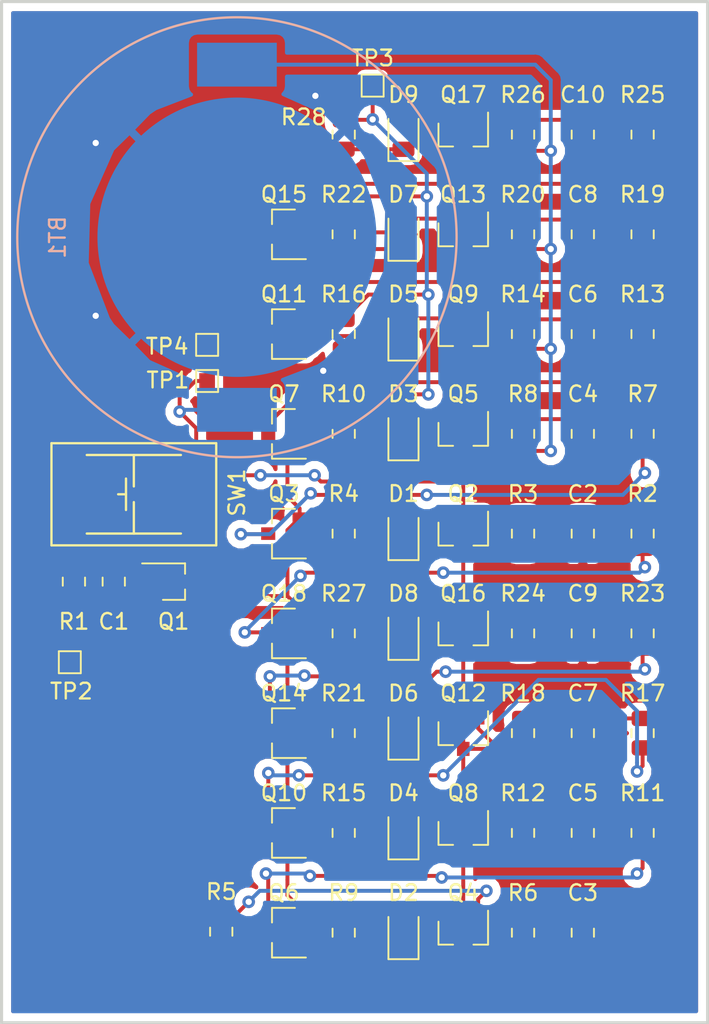
<source format=kicad_pcb>
(kicad_pcb (version 20171130) (host pcbnew 5.0.0-fee4fd1~66~ubuntu16.04.1)
  (layers (0 F.Cu signal) (31 B.Cu signal) (34 B.Paste user) (35 F.Paste user) (36 B.SilkS user) (37 F.SilkS user) (38 B.Mask user) (39 F.Mask user) (44 Edge.Cuts user))
  (net 0 "")
  (net 1 +3V3)
  (net 2 GND)
  (net 3 "Net-(C1-Pad1)")
  (net 4 "Net-(C2-Pad1)")
  (net 5 "Net-(C3-Pad1)")
  (net 6 "Net-(C4-Pad1)")
  (net 7 "Net-(C5-Pad1)")
  (net 8 "Net-(C6-Pad1)")
  (net 9 "Net-(C7-Pad1)")
  (net 10 "Net-(C8-Pad1)")
  (net 11 "Net-(C9-Pad1)")
  (net 12 "Net-(C10-Pad1)")
  (net 13 "Net-(D1-Pad1)")
  (net 14 "Net-(D1-Pad2)")
  (net 15 "Net-(D2-Pad1)")
  (net 16 "Net-(D2-Pad2)")
  (net 17 "Net-(D3-Pad2)")
  (net 18 "Net-(D3-Pad1)")
  (net 19 "Net-(D4-Pad2)")
  (net 20 "Net-(D4-Pad1)")
  (net 21 "Net-(D5-Pad1)")
  (net 22 "Net-(D5-Pad2)")
  (net 23 "Net-(D6-Pad2)")
  (net 24 "Net-(D6-Pad1)")
  (net 25 "Net-(D7-Pad1)")
  (net 26 "Net-(D7-Pad2)")
  (net 27 "Net-(D8-Pad2)")
  (net 28 "Net-(D8-Pad1)")
  (net 29 "Net-(D9-Pad1)")
  (net 30 "Net-(D9-Pad2)")
  (net 31 Vd4)
  (net 32 VDD)
  (net 33 "Net-(Q3-Pad3)")
  (net 34 "Net-(Q6-Pad3)")
  (net 35 "Net-(Q7-Pad3)")
  (net 36 "Net-(Q10-Pad3)")
  (net 37 "Net-(Q11-Pad3)")
  (net 38 "Net-(Q14-Pad3)")
  (net 39 "Net-(Q15-Pad3)")
  (module Battery:BK-912 (layer B.Cu) (at 145 70 90)
    (fp_text reference BT1 (at 0 -11.43 90) (layer B.SilkS) (effects (justify mirror)))
    (fp_text value Battery_Cell)
    (pad 1 smd rect (at -10.985 0 90) (size 2.79 5.08) (layers B.Cu B.Paste B.Mask) (net 1 +3V3))
    (pad 2 smd circle (at 0 0 90) (size 17.78 17.78) (layers B.Cu B.Paste B.Mask) (net 2 GND))
    (pad 1 smd rect (at 10.985 0 90) (size 2.79 5.08) (layers B.Cu B.Paste B.Mask) (net 1 +3V3))
  )
  (module Button_Switch_SMD:PTS645SM43SMTR92 (layer F.Cu) (at 138.43 86.36)
    (fp_text reference SW1 (at 6.57 -0.11 90) (layer F.SilkS))
    (fp_text value SW_Push)
    (pad 2 smd rect (at 3.975 2.25) (size 1.55 1.3) (layers F.Cu F.Paste F.Mask) (net 3 "Net-(C1-Pad1)"))
    (pad 2 smd rect (at -3.975 2.25) (size 1.55 1.3) (layers F.Cu F.Paste F.Mask) (net 3 "Net-(C1-Pad1)"))
    (pad 1 smd rect (at 3.975 -2.25) (size 1.55 1.3) (layers F.Cu F.Paste F.Mask) (net 1 +3V3))
    (pad 1 smd rect (at -3.975 -2.25) (size 1.55 1.3) (layers F.Cu F.Paste F.Mask) (net 1 +3V3))
  )
  (module Capacitor_SMD:C_0805_2012Metric (layer F.Cu) (at 137.15 91.92 270)
    (fp_text reference C1 (at 2.54 0) (layer F.SilkS))
    (fp_text value 51u)
    (pad 1 smd roundrect (at -0.9375 0 270) (size 0.975 1.4) (layers F.Cu F.Paste F.Mask) (net 3 "Net-(C1-Pad1)"))
    (pad 2 smd roundrect (at 0.9375 0 270) (size 0.975 1.4) (layers F.Cu F.Paste F.Mask) (net 2 GND))
  )
  (module Capacitor_SMD:C_0805_2012Metric (layer F.Cu) (at 167.044761 88.864761 270)
    (fp_text reference C2 (at -2.54 0) (layer F.SilkS))
    (fp_text value 10u)
    (pad 2 smd roundrect (at 0.9375 0 270) (size 0.975 1.4) (layers F.Cu F.Paste F.Mask) (net 2 GND))
    (pad 1 smd roundrect (at -0.9375 0 270) (size 0.975 1.4) (layers F.Cu F.Paste F.Mask) (net 4 "Net-(C2-Pad1)"))
  )
  (module Capacitor_SMD:C_0805_2012Metric (layer F.Cu) (at 167.044761 114.264761 270)
    (fp_text reference C3 (at -2.54 0) (layer F.SilkS))
    (fp_text value 10u)
    (pad 1 smd roundrect (at -0.9375 0 270) (size 0.975 1.4) (layers F.Cu F.Paste F.Mask) (net 5 "Net-(C3-Pad1)"))
    (pad 2 smd roundrect (at 0.9375 0 270) (size 0.975 1.4) (layers F.Cu F.Paste F.Mask) (net 2 GND))
  )
  (module Capacitor_SMD:C_0805_2012Metric (layer F.Cu) (at 167.044761 82.514761 270)
    (fp_text reference C4 (at -2.54 0) (layer F.SilkS))
    (fp_text value 10u)
    (pad 2 smd roundrect (at 0.9375 0 270) (size 0.975 1.4) (layers F.Cu F.Paste F.Mask) (net 2 GND))
    (pad 1 smd roundrect (at -0.9375 0 270) (size 0.975 1.4) (layers F.Cu F.Paste F.Mask) (net 6 "Net-(C4-Pad1)"))
  )
  (module Capacitor_SMD:C_0805_2012Metric (layer F.Cu) (at 167.044761 107.914761 270)
    (fp_text reference C5 (at -2.54 0) (layer F.SilkS))
    (fp_text value 10u)
    (pad 1 smd roundrect (at -0.9375 0 270) (size 0.975 1.4) (layers F.Cu F.Paste F.Mask) (net 7 "Net-(C5-Pad1)"))
    (pad 2 smd roundrect (at 0.9375 0 270) (size 0.975 1.4) (layers F.Cu F.Paste F.Mask) (net 2 GND))
  )
  (module Capacitor_SMD:C_0805_2012Metric (layer F.Cu) (at 167.044761 76.164761 270)
    (fp_text reference C6 (at -2.54 0) (layer F.SilkS))
    (fp_text value 10u)
    (pad 1 smd roundrect (at -0.9375 0 270) (size 0.975 1.4) (layers F.Cu F.Paste F.Mask) (net 8 "Net-(C6-Pad1)"))
    (pad 2 smd roundrect (at 0.9375 0 270) (size 0.975 1.4) (layers F.Cu F.Paste F.Mask) (net 2 GND))
  )
  (module Capacitor_SMD:C_0805_2012Metric (layer F.Cu) (at 167.044761 101.564761 270)
    (fp_text reference C7 (at -2.54 0) (layer F.SilkS))
    (fp_text value 10u)
    (pad 2 smd roundrect (at 0.9375 0 270) (size 0.975 1.4) (layers F.Cu F.Paste F.Mask) (net 2 GND))
    (pad 1 smd roundrect (at -0.9375 0 270) (size 0.975 1.4) (layers F.Cu F.Paste F.Mask) (net 9 "Net-(C7-Pad1)"))
  )
  (module Capacitor_SMD:C_0805_2012Metric (layer F.Cu) (at 167.044761 69.814761 270)
    (fp_text reference C8 (at -2.54 0) (layer F.SilkS))
    (fp_text value 10u)
    (pad 2 smd roundrect (at 0.9375 0 270) (size 0.975 1.4) (layers F.Cu F.Paste F.Mask) (net 2 GND))
    (pad 1 smd roundrect (at -0.9375 0 270) (size 0.975 1.4) (layers F.Cu F.Paste F.Mask) (net 10 "Net-(C8-Pad1)"))
  )
  (module Capacitor_SMD:C_0805_2012Metric (layer F.Cu) (at 167.044761 95.214761 270)
    (fp_text reference C9 (at -2.54 0) (layer F.SilkS))
    (fp_text value 10u)
    (pad 2 smd roundrect (at 0.9375 0 270) (size 0.975 1.4) (layers F.Cu F.Paste F.Mask) (net 2 GND))
    (pad 1 smd roundrect (at -0.9375 0 270) (size 0.975 1.4) (layers F.Cu F.Paste F.Mask) (net 11 "Net-(C9-Pad1)"))
  )
  (module Capacitor_SMD:C_0805_2012Metric (layer F.Cu) (at 167.044761 63.464761 270)
    (fp_text reference C10 (at -2.54 0) (layer F.SilkS))
    (fp_text value 10u)
    (pad 1 smd roundrect (at -0.9375 0 270) (size 0.975 1.4) (layers F.Cu F.Paste F.Mask) (net 12 "Net-(C10-Pad1)"))
    (pad 2 smd roundrect (at 0.9375 0 270) (size 0.975 1.4) (layers F.Cu F.Paste F.Mask) (net 2 GND))
  )
  (module LED_SMD:LED_0805_2012Metric (layer F.Cu) (at 155.614761 88.864761 90)
    (fp_text reference D1 (at 2.54 0 180) (layer F.SilkS))
    (fp_text value LED)
    (pad 1 smd roundrect (at -0.9375 0 90) (size 0.975 1.4) (layers F.Cu F.Paste F.Mask) (net 13 "Net-(D1-Pad1)"))
    (pad 2 smd roundrect (at 0.9375 0 90) (size 0.975 1.4) (layers F.Cu F.Paste F.Mask) (net 14 "Net-(D1-Pad2)"))
  )
  (module LED_SMD:LED_0805_2012Metric (layer F.Cu) (at 155.614761 114.264761 90)
    (fp_text reference D2 (at 2.54 0 180) (layer F.SilkS))
    (fp_text value LED)
    (pad 1 smd roundrect (at -0.9375 0 90) (size 0.975 1.4) (layers F.Cu F.Paste F.Mask) (net 15 "Net-(D2-Pad1)"))
    (pad 2 smd roundrect (at 0.9375 0 90) (size 0.975 1.4) (layers F.Cu F.Paste F.Mask) (net 16 "Net-(D2-Pad2)"))
  )
  (module LED_SMD:LED_0805_2012Metric (layer F.Cu) (at 155.614761 82.514761 90)
    (fp_text reference D3 (at 2.54 0 180) (layer F.SilkS))
    (fp_text value LED)
    (pad 2 smd roundrect (at 0.9375 0 90) (size 0.975 1.4) (layers F.Cu F.Paste F.Mask) (net 17 "Net-(D3-Pad2)"))
    (pad 1 smd roundrect (at -0.9375 0 90) (size 0.975 1.4) (layers F.Cu F.Paste F.Mask) (net 18 "Net-(D3-Pad1)"))
  )
  (module LED_SMD:LED_0805_2012Metric (layer F.Cu) (at 155.614761 107.914761 90)
    (fp_text reference D4 (at 2.54 0 180) (layer F.SilkS))
    (fp_text value LED)
    (pad 2 smd roundrect (at 0.9375 0 90) (size 0.975 1.4) (layers F.Cu F.Paste F.Mask) (net 19 "Net-(D4-Pad2)"))
    (pad 1 smd roundrect (at -0.9375 0 90) (size 0.975 1.4) (layers F.Cu F.Paste F.Mask) (net 20 "Net-(D4-Pad1)"))
  )
  (module LED_SMD:LED_0805_2012Metric (layer F.Cu) (at 155.614761 76.164761 90)
    (fp_text reference D5 (at 2.54 0 180) (layer F.SilkS))
    (fp_text value LED)
    (pad 1 smd roundrect (at -0.9375 0 90) (size 0.975 1.4) (layers F.Cu F.Paste F.Mask) (net 21 "Net-(D5-Pad1)"))
    (pad 2 smd roundrect (at 0.9375 0 90) (size 0.975 1.4) (layers F.Cu F.Paste F.Mask) (net 22 "Net-(D5-Pad2)"))
  )
  (module LED_SMD:LED_0805_2012Metric (layer F.Cu) (at 155.614761 101.564761 90)
    (fp_text reference D6 (at 2.54 0 180) (layer F.SilkS))
    (fp_text value LED)
    (pad 2 smd roundrect (at 0.9375 0 90) (size 0.975 1.4) (layers F.Cu F.Paste F.Mask) (net 23 "Net-(D6-Pad2)"))
    (pad 1 smd roundrect (at -0.9375 0 90) (size 0.975 1.4) (layers F.Cu F.Paste F.Mask) (net 24 "Net-(D6-Pad1)"))
  )
  (module LED_SMD:LED_0805_2012Metric (layer F.Cu) (at 155.614761 69.814761 90)
    (fp_text reference D7 (at 2.54 0 180) (layer F.SilkS))
    (fp_text value LED)
    (pad 1 smd roundrect (at -0.9375 0 90) (size 0.975 1.4) (layers F.Cu F.Paste F.Mask) (net 25 "Net-(D7-Pad1)"))
    (pad 2 smd roundrect (at 0.9375 0 90) (size 0.975 1.4) (layers F.Cu F.Paste F.Mask) (net 26 "Net-(D7-Pad2)"))
  )
  (module LED_SMD:LED_0805_2012Metric (layer F.Cu) (at 155.614761 95.214761 90)
    (fp_text reference D8 (at 2.54 0 180) (layer F.SilkS))
    (fp_text value LED)
    (pad 2 smd roundrect (at 0.9375 0 90) (size 0.975 1.4) (layers F.Cu F.Paste F.Mask) (net 27 "Net-(D8-Pad2)"))
    (pad 1 smd roundrect (at -0.9375 0 90) (size 0.975 1.4) (layers F.Cu F.Paste F.Mask) (net 28 "Net-(D8-Pad1)"))
  )
  (module LED_SMD:LED_0805_2012Metric (layer F.Cu) (at 155.614761 63.464761 90)
    (fp_text reference D9 (at 2.54 0 180) (layer F.SilkS))
    (fp_text value LED)
    (pad 1 smd roundrect (at -0.9375 0 90) (size 0.975 1.4) (layers F.Cu F.Paste F.Mask) (net 29 "Net-(D9-Pad1)"))
    (pad 2 smd roundrect (at 0.9375 0 90) (size 0.975 1.4) (layers F.Cu F.Paste F.Mask) (net 30 "Net-(D9-Pad2)"))
  )
  (module Resistor_SMD:R_0805_2012Metric (layer F.Cu) (at 134.61 91.92 270)
    (fp_text reference R1 (at 2.54 0) (layer F.SilkS))
    (fp_text value 1M)
    (pad 1 smd roundrect (at -0.9375 0 270) (size 0.975 1.4) (layers F.Cu F.Paste F.Mask) (net 3 "Net-(C1-Pad1)"))
    (pad 2 smd roundrect (at 0.9375 0 270) (size 0.975 1.4) (layers F.Cu F.Paste F.Mask) (net 2 GND))
  )
  (module Resistor_SMD:R_0805_2012Metric (layer F.Cu) (at 170.854761 88.864761 270)
    (fp_text reference R2 (at -2.54 0) (layer F.SilkS))
    (fp_text value 120k)
    (pad 2 smd roundrect (at 0.9375 0 270) (size 0.975 1.4) (layers F.Cu F.Paste F.Mask) (net 31 Vd4))
    (pad 1 smd roundrect (at -0.9375 0 270) (size 0.975 1.4) (layers F.Cu F.Paste F.Mask) (net 4 "Net-(C2-Pad1)"))
  )
  (module Resistor_SMD:R_0805_2012Metric (layer F.Cu) (at 163.234761 88.864761 270)
    (fp_text reference R3 (at -2.54 0) (layer F.SilkS))
    (fp_text value 2M)
    (pad 1 smd roundrect (at -0.9375 0 270) (size 0.975 1.4) (layers F.Cu F.Paste F.Mask) (net 4 "Net-(C2-Pad1)"))
    (pad 2 smd roundrect (at 0.9375 0 270) (size 0.975 1.4) (layers F.Cu F.Paste F.Mask) (net 1 +3V3))
  )
  (module Resistor_SMD:R_0805_2012Metric (layer F.Cu) (at 151.804761 88.864761 270)
    (fp_text reference R4 (at -2.54 0) (layer F.SilkS))
    (fp_text value 50)
    (pad 2 smd roundrect (at 0.9375 0 270) (size 0.975 1.4) (layers F.Cu F.Paste F.Mask) (net 13 "Net-(D1-Pad1)"))
    (pad 1 smd roundrect (at -0.9375 0 270) (size 0.975 1.4) (layers F.Cu F.Paste F.Mask) (net 32 VDD))
  )
  (module Resistor_SMD:R_0805_2012Metric (layer F.Cu) (at 144 114.2 270)
    (fp_text reference R5 (at -2.54 0 180) (layer F.SilkS))
    (fp_text value 120k)
    (pad 1 smd roundrect (at -0.9375 0 270) (size 0.975 1.4) (layers F.Cu F.Paste F.Mask) (net 5 "Net-(C3-Pad1)"))
    (pad 2 smd roundrect (at 0.9375 0 270) (size 0.975 1.4) (layers F.Cu F.Paste F.Mask) (net 32 VDD))
  )
  (module Resistor_SMD:R_0805_2012Metric (layer F.Cu) (at 163.234761 114.264761 270)
    (fp_text reference R6 (at -2.54 0) (layer F.SilkS))
    (fp_text value 2M)
    (pad 2 smd roundrect (at 0.9375 0 270) (size 0.975 1.4) (layers F.Cu F.Paste F.Mask) (net 1 +3V3))
    (pad 1 smd roundrect (at -0.9375 0 270) (size 0.975 1.4) (layers F.Cu F.Paste F.Mask) (net 5 "Net-(C3-Pad1)"))
  )
  (module Resistor_SMD:R_0805_2012Metric (layer F.Cu) (at 170.854761 82.514761 270)
    (fp_text reference R7 (at -2.54 0) (layer F.SilkS))
    (fp_text value 120k)
    (pad 1 smd roundrect (at -0.9375 0 270) (size 0.975 1.4) (layers F.Cu F.Paste F.Mask) (net 6 "Net-(C4-Pad1)"))
    (pad 2 smd roundrect (at 0.9375 0 270) (size 0.975 1.4) (layers F.Cu F.Paste F.Mask) (net 33 "Net-(Q3-Pad3)"))
  )
  (module Resistor_SMD:R_0805_2012Metric (layer F.Cu) (at 163.234761 82.514761 270)
    (fp_text reference R8 (at -2.54 0) (layer F.SilkS))
    (fp_text value 2M)
    (pad 2 smd roundrect (at 0.9375 0 270) (size 0.975 1.4) (layers F.Cu F.Paste F.Mask) (net 1 +3V3))
    (pad 1 smd roundrect (at -0.9375 0 270) (size 0.975 1.4) (layers F.Cu F.Paste F.Mask) (net 6 "Net-(C4-Pad1)"))
  )
  (module Resistor_SMD:R_0805_2012Metric (layer F.Cu) (at 151.804761 114.264761 270)
    (fp_text reference R9 (at -2.54 0) (layer F.SilkS))
    (fp_text value 50)
    (pad 2 smd roundrect (at 0.9375 0 270) (size 0.975 1.4) (layers F.Cu F.Paste F.Mask) (net 15 "Net-(D2-Pad1)"))
    (pad 1 smd roundrect (at -0.9375 0 270) (size 0.975 1.4) (layers F.Cu F.Paste F.Mask) (net 32 VDD))
  )
  (module Resistor_SMD:R_0805_2012Metric (layer F.Cu) (at 151.804761 82.514761 270)
    (fp_text reference R10 (at -2.54 0) (layer F.SilkS))
    (fp_text value 50)
    (pad 1 smd roundrect (at -0.9375 0 270) (size 0.975 1.4) (layers F.Cu F.Paste F.Mask) (net 32 VDD))
    (pad 2 smd roundrect (at 0.9375 0 270) (size 0.975 1.4) (layers F.Cu F.Paste F.Mask) (net 18 "Net-(D3-Pad1)"))
  )
  (module Resistor_SMD:R_0805_2012Metric (layer F.Cu) (at 170.854761 107.914761 270)
    (fp_text reference R11 (at -2.54 0) (layer F.SilkS))
    (fp_text value 120k)
    (pad 2 smd roundrect (at 0.9375 0 270) (size 0.975 1.4) (layers F.Cu F.Paste F.Mask) (net 34 "Net-(Q6-Pad3)"))
    (pad 1 smd roundrect (at -0.9375 0 270) (size 0.975 1.4) (layers F.Cu F.Paste F.Mask) (net 7 "Net-(C5-Pad1)"))
  )
  (module Resistor_SMD:R_0805_2012Metric (layer F.Cu) (at 163.234761 107.914761 270)
    (fp_text reference R12 (at -2.54 0) (layer F.SilkS))
    (fp_text value 2M)
    (pad 1 smd roundrect (at -0.9375 0 270) (size 0.975 1.4) (layers F.Cu F.Paste F.Mask) (net 7 "Net-(C5-Pad1)"))
    (pad 2 smd roundrect (at 0.9375 0 270) (size 0.975 1.4) (layers F.Cu F.Paste F.Mask) (net 1 +3V3))
  )
  (module Resistor_SMD:R_0805_2012Metric (layer F.Cu) (at 170.854761 76.164761 270)
    (fp_text reference R13 (at -2.54 0) (layer F.SilkS))
    (fp_text value 120k)
    (pad 2 smd roundrect (at 0.9375 0 270) (size 0.975 1.4) (layers F.Cu F.Paste F.Mask) (net 35 "Net-(Q7-Pad3)"))
    (pad 1 smd roundrect (at -0.9375 0 270) (size 0.975 1.4) (layers F.Cu F.Paste F.Mask) (net 8 "Net-(C6-Pad1)"))
  )
  (module Resistor_SMD:R_0805_2012Metric (layer F.Cu) (at 163.234761 76.164761 270)
    (fp_text reference R14 (at -2.54 0) (layer F.SilkS))
    (fp_text value 2M)
    (pad 1 smd roundrect (at -0.9375 0 270) (size 0.975 1.4) (layers F.Cu F.Paste F.Mask) (net 8 "Net-(C6-Pad1)"))
    (pad 2 smd roundrect (at 0.9375 0 270) (size 0.975 1.4) (layers F.Cu F.Paste F.Mask) (net 1 +3V3))
  )
  (module Resistor_SMD:R_0805_2012Metric (layer F.Cu) (at 151.804761 107.914761 270)
    (fp_text reference R15 (at -2.54 0) (layer F.SilkS))
    (fp_text value 50)
    (pad 1 smd roundrect (at -0.9375 0 270) (size 0.975 1.4) (layers F.Cu F.Paste F.Mask) (net 32 VDD))
    (pad 2 smd roundrect (at 0.9375 0 270) (size 0.975 1.4) (layers F.Cu F.Paste F.Mask) (net 20 "Net-(D4-Pad1)"))
  )
  (module Resistor_SMD:R_0805_2012Metric (layer F.Cu) (at 151.804761 76.164761 270)
    (fp_text reference R16 (at -2.54 0) (layer F.SilkS))
    (fp_text value 50)
    (pad 2 smd roundrect (at 0.9375 0 270) (size 0.975 1.4) (layers F.Cu F.Paste F.Mask) (net 21 "Net-(D5-Pad1)"))
    (pad 1 smd roundrect (at -0.9375 0 270) (size 0.975 1.4) (layers F.Cu F.Paste F.Mask) (net 32 VDD))
  )
  (module Resistor_SMD:R_0805_2012Metric (layer F.Cu) (at 170.854761 101.564761 270)
    (fp_text reference R17 (at -2.54 0) (layer F.SilkS))
    (fp_text value 120k)
    (pad 1 smd roundrect (at -0.9375 0 270) (size 0.975 1.4) (layers F.Cu F.Paste F.Mask) (net 9 "Net-(C7-Pad1)"))
    (pad 2 smd roundrect (at 0.9375 0 270) (size 0.975 1.4) (layers F.Cu F.Paste F.Mask) (net 36 "Net-(Q10-Pad3)"))
  )
  (module Resistor_SMD:R_0805_2012Metric (layer F.Cu) (at 163.234761 101.564761 270)
    (fp_text reference R18 (at -2.54 0) (layer F.SilkS))
    (fp_text value 2M)
    (pad 2 smd roundrect (at 0.9375 0 270) (size 0.975 1.4) (layers F.Cu F.Paste F.Mask) (net 1 +3V3))
    (pad 1 smd roundrect (at -0.9375 0 270) (size 0.975 1.4) (layers F.Cu F.Paste F.Mask) (net 9 "Net-(C7-Pad1)"))
  )
  (module Resistor_SMD:R_0805_2012Metric (layer F.Cu) (at 170.854761 69.814761 270)
    (fp_text reference R19 (at -2.54 0) (layer F.SilkS))
    (fp_text value 120k)
    (pad 1 smd roundrect (at -0.9375 0 270) (size 0.975 1.4) (layers F.Cu F.Paste F.Mask) (net 10 "Net-(C8-Pad1)"))
    (pad 2 smd roundrect (at 0.9375 0 270) (size 0.975 1.4) (layers F.Cu F.Paste F.Mask) (net 37 "Net-(Q11-Pad3)"))
  )
  (module Resistor_SMD:R_0805_2012Metric (layer F.Cu) (at 163.234761 69.814761 270)
    (fp_text reference R20 (at -2.54 0) (layer F.SilkS))
    (fp_text value 2M)
    (pad 2 smd roundrect (at 0.9375 0 270) (size 0.975 1.4) (layers F.Cu F.Paste F.Mask) (net 1 +3V3))
    (pad 1 smd roundrect (at -0.9375 0 270) (size 0.975 1.4) (layers F.Cu F.Paste F.Mask) (net 10 "Net-(C8-Pad1)"))
  )
  (module Resistor_SMD:R_0805_2012Metric (layer F.Cu) (at 151.804761 101.564761 270)
    (fp_text reference R21 (at -2.54 0) (layer F.SilkS))
    (fp_text value 50)
    (pad 2 smd roundrect (at 0.9375 0 270) (size 0.975 1.4) (layers F.Cu F.Paste F.Mask) (net 24 "Net-(D6-Pad1)"))
    (pad 1 smd roundrect (at -0.9375 0 270) (size 0.975 1.4) (layers F.Cu F.Paste F.Mask) (net 32 VDD))
  )
  (module Resistor_SMD:R_0805_2012Metric (layer F.Cu) (at 151.804761 69.814761 270)
    (fp_text reference R22 (at -2.54 0) (layer F.SilkS))
    (fp_text value 50)
    (pad 1 smd roundrect (at -0.9375 0 270) (size 0.975 1.4) (layers F.Cu F.Paste F.Mask) (net 32 VDD))
    (pad 2 smd roundrect (at 0.9375 0 270) (size 0.975 1.4) (layers F.Cu F.Paste F.Mask) (net 25 "Net-(D7-Pad1)"))
  )
  (module Resistor_SMD:R_0805_2012Metric (layer F.Cu) (at 170.854761 95.214761 270)
    (fp_text reference R23 (at -2.54 0) (layer F.SilkS))
    (fp_text value 120k)
    (pad 1 smd roundrect (at -0.9375 0 270) (size 0.975 1.4) (layers F.Cu F.Paste F.Mask) (net 11 "Net-(C9-Pad1)"))
    (pad 2 smd roundrect (at 0.9375 0 270) (size 0.975 1.4) (layers F.Cu F.Paste F.Mask) (net 38 "Net-(Q14-Pad3)"))
  )
  (module Resistor_SMD:R_0805_2012Metric (layer F.Cu) (at 163.234761 95.214761 270)
    (fp_text reference R24 (at -2.54 0) (layer F.SilkS))
    (fp_text value 2M)
    (pad 2 smd roundrect (at 0.9375 0 270) (size 0.975 1.4) (layers F.Cu F.Paste F.Mask) (net 1 +3V3))
    (pad 1 smd roundrect (at -0.9375 0 270) (size 0.975 1.4) (layers F.Cu F.Paste F.Mask) (net 11 "Net-(C9-Pad1)"))
  )
  (module Resistor_SMD:R_0805_2012Metric (layer F.Cu) (at 170.854761 63.464761 270)
    (fp_text reference R25 (at -2.54 0) (layer F.SilkS))
    (fp_text value 120k)
    (pad 2 smd roundrect (at 0.9375 0 270) (size 0.975 1.4) (layers F.Cu F.Paste F.Mask) (net 39 "Net-(Q15-Pad3)"))
    (pad 1 smd roundrect (at -0.9375 0 270) (size 0.975 1.4) (layers F.Cu F.Paste F.Mask) (net 12 "Net-(C10-Pad1)"))
  )
  (module Resistor_SMD:R_0805_2012Metric (layer F.Cu) (at 163.234761 63.464761 270)
    (fp_text reference R26 (at -2.54 0) (layer F.SilkS))
    (fp_text value 2M)
    (pad 1 smd roundrect (at -0.9375 0 270) (size 0.975 1.4) (layers F.Cu F.Paste F.Mask) (net 12 "Net-(C10-Pad1)"))
    (pad 2 smd roundrect (at 0.9375 0 270) (size 0.975 1.4) (layers F.Cu F.Paste F.Mask) (net 1 +3V3))
  )
  (module Resistor_SMD:R_0805_2012Metric (layer F.Cu) (at 151.804761 95.214761 270)
    (fp_text reference R27 (at -2.54 0) (layer F.SilkS))
    (fp_text value 50)
    (pad 1 smd roundrect (at -0.9375 0 270) (size 0.975 1.4) (layers F.Cu F.Paste F.Mask) (net 32 VDD))
    (pad 2 smd roundrect (at 0.9375 0 270) (size 0.975 1.4) (layers F.Cu F.Paste F.Mask) (net 28 "Net-(D8-Pad1)"))
  )
  (module Resistor_SMD:R_0805_2012Metric (layer F.Cu) (at 151.804761 63.464761 270)
    (fp_text reference R28 (at -1.114761 2.554761) (layer F.SilkS))
    (fp_text value 50)
    (pad 2 smd roundrect (at 0.9375 0 270) (size 0.975 1.4) (layers F.Cu F.Paste F.Mask) (net 29 "Net-(D9-Pad1)"))
    (pad 1 smd roundrect (at -0.9375 0 270) (size 0.975 1.4) (layers F.Cu F.Paste F.Mask) (net 32 VDD))
  )
  (module Package_TO_SOT_SMD:SOT-323_SC-70_Handsoldering (layer F.Cu) (at 140.96 91.92)
    (fp_text reference Q1 (at 0 2.54) (layer F.SilkS))
    (fp_text value RTF015N03)
    (pad 1 smd rect (at -1.33 -0.65 270) (size 0.45 1.5) (layers F.Cu F.Paste F.Mask) (net 3 "Net-(C1-Pad1)"))
    (pad 2 smd rect (at -1.33 0.65 270) (size 0.45 1.5) (layers F.Cu F.Paste F.Mask) (net 2 GND))
    (pad 3 smd rect (at 1.33 0 270) (size 0.45 1.5) (layers F.Cu F.Paste F.Mask) (net 32 VDD))
  )
  (module Package_TO_SOT_SMD:SOT-23 (layer F.Cu) (at 159.424761 88.864761 270)
    (fp_text reference Q2 (at -2.54 0) (layer F.SilkS))
    (fp_text value RTR020P02FRA)
    (pad 1 smd rect (at -1 -0.95 270) (size 0.9 0.8) (layers F.Cu F.Paste F.Mask) (net 4 "Net-(C2-Pad1)"))
    (pad 2 smd rect (at -1 0.95 270) (size 0.9 0.8) (layers F.Cu F.Paste F.Mask) (net 14 "Net-(D1-Pad2)"))
    (pad 3 smd rect (at 1 0 270) (size 0.9 0.8) (layers F.Cu F.Paste F.Mask) (net 1 +3V3))
  )
  (module Package_TO_SOT_SMD:SOT-23 (layer F.Cu) (at 159.424761 114.264761 270)
    (fp_text reference Q4 (at -2.54 0) (layer F.SilkS))
    (fp_text value RTR020P02FRA)
    (pad 1 smd rect (at -1 -0.95 270) (size 0.9 0.8) (layers F.Cu F.Paste F.Mask) (net 5 "Net-(C3-Pad1)"))
    (pad 2 smd rect (at -1 0.95 270) (size 0.9 0.8) (layers F.Cu F.Paste F.Mask) (net 16 "Net-(D2-Pad2)"))
    (pad 3 smd rect (at 1 0 270) (size 0.9 0.8) (layers F.Cu F.Paste F.Mask) (net 1 +3V3))
  )
  (module Package_TO_SOT_SMD:SOT-23 (layer F.Cu) (at 159.424761 82.514761 270)
    (fp_text reference Q5 (at -2.54 0) (layer F.SilkS))
    (fp_text value RTR020P02FRA)
    (pad 3 smd rect (at 1 0 270) (size 0.9 0.8) (layers F.Cu F.Paste F.Mask) (net 1 +3V3))
    (pad 2 smd rect (at -1 0.95 270) (size 0.9 0.8) (layers F.Cu F.Paste F.Mask) (net 17 "Net-(D3-Pad2)"))
    (pad 1 smd rect (at -1 -0.95 270) (size 0.9 0.8) (layers F.Cu F.Paste F.Mask) (net 6 "Net-(C4-Pad1)"))
  )
  (module Package_TO_SOT_SMD:SOT-23 (layer F.Cu) (at 159.424761 107.914761 270)
    (fp_text reference Q8 (at -2.54 0) (layer F.SilkS))
    (fp_text value RTR020P02FRA)
    (pad 1 smd rect (at -1 -0.95 270) (size 0.9 0.8) (layers F.Cu F.Paste F.Mask) (net 7 "Net-(C5-Pad1)"))
    (pad 2 smd rect (at -1 0.95 270) (size 0.9 0.8) (layers F.Cu F.Paste F.Mask) (net 19 "Net-(D4-Pad2)"))
    (pad 3 smd rect (at 1 0 270) (size 0.9 0.8) (layers F.Cu F.Paste F.Mask) (net 1 +3V3))
  )
  (module Package_TO_SOT_SMD:SOT-23 (layer F.Cu) (at 159.424761 76.164761 270)
    (fp_text reference Q9 (at -2.54 0) (layer F.SilkS))
    (fp_text value RTR020P02FRA)
    (pad 3 smd rect (at 1 0 270) (size 0.9 0.8) (layers F.Cu F.Paste F.Mask) (net 1 +3V3))
    (pad 2 smd rect (at -1 0.95 270) (size 0.9 0.8) (layers F.Cu F.Paste F.Mask) (net 22 "Net-(D5-Pad2)"))
    (pad 1 smd rect (at -1 -0.95 270) (size 0.9 0.8) (layers F.Cu F.Paste F.Mask) (net 8 "Net-(C6-Pad1)"))
  )
  (module Package_TO_SOT_SMD:SOT-23 (layer F.Cu) (at 159.424761 101.564761 270)
    (fp_text reference Q12 (at -2.54 0) (layer F.SilkS))
    (fp_text value RTR020P02FRA)
    (pad 1 smd rect (at -1 -0.95 270) (size 0.9 0.8) (layers F.Cu F.Paste F.Mask) (net 9 "Net-(C7-Pad1)"))
    (pad 2 smd rect (at -1 0.95 270) (size 0.9 0.8) (layers F.Cu F.Paste F.Mask) (net 23 "Net-(D6-Pad2)"))
    (pad 3 smd rect (at 1 0 270) (size 0.9 0.8) (layers F.Cu F.Paste F.Mask) (net 1 +3V3))
  )
  (module Package_TO_SOT_SMD:SOT-23 (layer F.Cu) (at 159.424761 69.814761 270)
    (fp_text reference Q13 (at -2.54 0) (layer F.SilkS))
    (fp_text value RTR020P02FRA)
    (pad 3 smd rect (at 1 0 270) (size 0.9 0.8) (layers F.Cu F.Paste F.Mask) (net 1 +3V3))
    (pad 2 smd rect (at -1 0.95 270) (size 0.9 0.8) (layers F.Cu F.Paste F.Mask) (net 26 "Net-(D7-Pad2)"))
    (pad 1 smd rect (at -1 -0.95 270) (size 0.9 0.8) (layers F.Cu F.Paste F.Mask) (net 10 "Net-(C8-Pad1)"))
  )
  (module Package_TO_SOT_SMD:SOT-23 (layer F.Cu) (at 159.424761 95.214761 270)
    (fp_text reference Q16 (at -2.54 0) (layer F.SilkS))
    (fp_text value RTR020P02FRA)
    (pad 3 smd rect (at 1 0 270) (size 0.9 0.8) (layers F.Cu F.Paste F.Mask) (net 1 +3V3))
    (pad 2 smd rect (at -1 0.95 270) (size 0.9 0.8) (layers F.Cu F.Paste F.Mask) (net 27 "Net-(D8-Pad2)"))
    (pad 1 smd rect (at -1 -0.95 270) (size 0.9 0.8) (layers F.Cu F.Paste F.Mask) (net 11 "Net-(C9-Pad1)"))
  )
  (module Package_TO_SOT_SMD:SOT-23 (layer F.Cu) (at 159.424761 63.464761 270)
    (fp_text reference Q17 (at -2.54 0) (layer F.SilkS))
    (fp_text value RTR020P02FRA)
    (pad 1 smd rect (at -1 -0.95 270) (size 0.9 0.8) (layers F.Cu F.Paste F.Mask) (net 12 "Net-(C10-Pad1)"))
    (pad 2 smd rect (at -1 0.95 270) (size 0.9 0.8) (layers F.Cu F.Paste F.Mask) (net 30 "Net-(D9-Pad2)"))
    (pad 3 smd rect (at 1 0 270) (size 0.9 0.8) (layers F.Cu F.Paste F.Mask) (net 1 +3V3))
  )
  (module Package_TO_SOT_SMD:SOT-23 (layer F.Cu) (at 147.994761 88.864761 180)
    (fp_text reference Q3 (at 0 2.54 180) (layer F.SilkS))
    (fp_text value RK7002BM)
    (pad 3 smd rect (at 1 0 180) (size 0.9 0.8) (layers F.Cu F.Paste F.Mask) (net 33 "Net-(Q3-Pad3)"))
    (pad 2 smd rect (at -1 0.95 180) (size 0.9 0.8) (layers F.Cu F.Paste F.Mask) (net 32 VDD))
    (pad 1 smd rect (at -1 -0.95 180) (size 0.9 0.8) (layers F.Cu F.Paste F.Mask) (net 14 "Net-(D1-Pad2)"))
  )
  (module Package_TO_SOT_SMD:SOT-23 (layer F.Cu) (at 147.994761 114.264761 180)
    (fp_text reference Q6 (at 0 2.54) (layer F.SilkS))
    (fp_text value RK7002BM)
    (pad 1 smd rect (at -1 -0.95 180) (size 0.9 0.8) (layers F.Cu F.Paste F.Mask) (net 16 "Net-(D2-Pad2)"))
    (pad 2 smd rect (at -1 0.95 180) (size 0.9 0.8) (layers F.Cu F.Paste F.Mask) (net 32 VDD))
    (pad 3 smd rect (at 1 0 180) (size 0.9 0.8) (layers F.Cu F.Paste F.Mask) (net 34 "Net-(Q6-Pad3)"))
  )
  (module Package_TO_SOT_SMD:SOT-23 (layer F.Cu) (at 147.994761 82.514761 180)
    (fp_text reference Q7 (at 0 2.54 180) (layer F.SilkS))
    (fp_text value RK7002BM)
    (pad 3 smd rect (at 1 0 180) (size 0.9 0.8) (layers F.Cu F.Paste F.Mask) (net 35 "Net-(Q7-Pad3)"))
    (pad 2 smd rect (at -1 0.95 180) (size 0.9 0.8) (layers F.Cu F.Paste F.Mask) (net 32 VDD))
    (pad 1 smd rect (at -1 -0.95 180) (size 0.9 0.8) (layers F.Cu F.Paste F.Mask) (net 17 "Net-(D3-Pad2)"))
  )
  (module Package_TO_SOT_SMD:SOT-23 (layer F.Cu) (at 147.994761 107.914761 180)
    (fp_text reference Q10 (at 0 2.54) (layer F.SilkS))
    (fp_text value RK7002BM)
    (pad 1 smd rect (at -1 -0.95 180) (size 0.9 0.8) (layers F.Cu F.Paste F.Mask) (net 19 "Net-(D4-Pad2)"))
    (pad 2 smd rect (at -1 0.95 180) (size 0.9 0.8) (layers F.Cu F.Paste F.Mask) (net 32 VDD))
    (pad 3 smd rect (at 1 0 180) (size 0.9 0.8) (layers F.Cu F.Paste F.Mask) (net 36 "Net-(Q10-Pad3)"))
  )
  (module Package_TO_SOT_SMD:SOT-23 (layer F.Cu) (at 147.994761 76.164761 180)
    (fp_text reference Q11 (at 0 2.54) (layer F.SilkS))
    (fp_text value RK7002BM)
    (pad 3 smd rect (at 1 0 180) (size 0.9 0.8) (layers F.Cu F.Paste F.Mask) (net 37 "Net-(Q11-Pad3)"))
    (pad 2 smd rect (at -1 0.95 180) (size 0.9 0.8) (layers F.Cu F.Paste F.Mask) (net 32 VDD))
    (pad 1 smd rect (at -1 -0.95 180) (size 0.9 0.8) (layers F.Cu F.Paste F.Mask) (net 22 "Net-(D5-Pad2)"))
  )
  (module Package_TO_SOT_SMD:SOT-23 (layer F.Cu) (at 147.994761 101.564761 180)
    (fp_text reference Q14 (at 0 2.54 180) (layer F.SilkS))
    (fp_text value RK7002BM)
    (pad 1 smd rect (at -1 -0.95 180) (size 0.9 0.8) (layers F.Cu F.Paste F.Mask) (net 23 "Net-(D6-Pad2)"))
    (pad 2 smd rect (at -1 0.95 180) (size 0.9 0.8) (layers F.Cu F.Paste F.Mask) (net 32 VDD))
    (pad 3 smd rect (at 1 0 180) (size 0.9 0.8) (layers F.Cu F.Paste F.Mask) (net 38 "Net-(Q14-Pad3)"))
  )
  (module Package_TO_SOT_SMD:SOT-23 (layer F.Cu) (at 147.994761 69.814761 180)
    (fp_text reference Q15 (at 0 2.54 180) (layer F.SilkS))
    (fp_text value RK7002BM)
    (pad 3 smd rect (at 1 0 180) (size 0.9 0.8) (layers F.Cu F.Paste F.Mask) (net 39 "Net-(Q15-Pad3)"))
    (pad 2 smd rect (at -1 0.95 180) (size 0.9 0.8) (layers F.Cu F.Paste F.Mask) (net 32 VDD))
    (pad 1 smd rect (at -1 -0.95 180) (size 0.9 0.8) (layers F.Cu F.Paste F.Mask) (net 26 "Net-(D7-Pad2)"))
  )
  (module Package_TO_SOT_SMD:SOT-23 (layer F.Cu) (at 147.994761 95.214761 180)
    (fp_text reference Q18 (at 0 2.54 180) (layer F.SilkS))
    (fp_text value RK7002BM)
    (pad 1 smd rect (at -1 -0.95 180) (size 0.9 0.8) (layers F.Cu F.Paste F.Mask) (net 27 "Net-(D8-Pad2)"))
    (pad 2 smd rect (at -1 0.95 180) (size 0.9 0.8) (layers F.Cu F.Paste F.Mask) (net 32 VDD))
    (pad 3 smd rect (at 1 0 180) (size 0.9 0.8) (layers F.Cu F.Paste F.Mask) (net 31 Vd4))
  )
  (module TestPoint:TestPoint_Pad_1.0x1.0mm (layer F.Cu) (at 134.35 97.05)
    (fp_text reference TP2 (at 0.1 1.85) (layer F.SilkS))
    (fp_text value 3.3V_RC)
    (pad 1 smd rect (at 0 0) (size 1 1) (layers F.Cu F.Mask) (net 3 "Net-(C1-Pad1)"))
  )
  (module TestPoint:TestPoint_Pad_1.0x1.0mm (layer F.Cu) (at 143.1 76.85)
    (fp_text reference TP4 (at -2.55 0.1) (layer F.SilkS))
    (fp_text value GND)
    (pad 1 smd rect (at 0 0) (size 1 1) (layers F.Cu F.Mask) (net 2 GND))
  )
  (module TestPoint:TestPoint_Pad_1.0x1.0mm (layer F.Cu) (at 143.1 79.15)
    (fp_text reference TP1 (at -2.5 -0.05) (layer F.SilkS))
    (fp_text value 3.3V)
    (pad 1 smd rect (at 0 0) (size 1 1) (layers F.Cu F.Mask) (net 1 +3V3))
  )
  (module TestPoint:TestPoint_Pad_1.0x1.0mm (layer F.Cu) (at 153.65 60.35)
    (fp_text reference TP3 (at 0 -1.75) (layer F.SilkS))
    (fp_text value VDD)
    (pad 1 smd rect (at 0 0) (size 1 1) (layers F.Cu F.Mask) (net 32 VDD))
  )
  (gr_line (start 130 120) (end 130 55) (layer Edge.Cuts) (width 0.2))
  (gr_line (start 175 120) (end 130 120) (layer Edge.Cuts) (width 0.2))
  (gr_line (start 175 55) (end 175 120) (layer Edge.Cuts) (width 0.2))
  (gr_line (start 130 55) (end 175 55) (layer Edge.Cuts) (width 0.2))
  (segment (start 134.455 84.11) (end 142.405 84.11) (width 0.25) (layer F.Cu) (net 1))
  (segment (start 159.487261 64.402261) (end 159.424761 64.464761) (width 0.25) (layer F.Cu) (net 1))
  (segment (start 163.234761 64.402261) (end 159.487261 64.402261) (width 0.25) (layer F.Cu) (net 1))
  (segment (start 159.487261 70.752261) (end 159.424761 70.814761) (width 0.25) (layer F.Cu) (net 1))
  (segment (start 163.234761 70.752261) (end 159.487261 70.752261) (width 0.25) (layer F.Cu) (net 1))
  (segment (start 159.487261 77.102261) (end 159.424761 77.164761) (width 0.25) (layer F.Cu) (net 1))
  (segment (start 163.234761 77.102261) (end 159.487261 77.102261) (width 0.25) (layer F.Cu) (net 1))
  (segment (start 163.172261 83.514761) (end 163.234761 83.452261) (width 0.25) (layer F.Cu) (net 1))
  (segment (start 159.424761 83.514761) (end 163.172261 83.514761) (width 0.25) (layer F.Cu) (net 1))
  (segment (start 159.424761 88.349763) (end 159.424761 89.864761) (width 0.25) (layer F.Cu) (net 1))
  (segment (start 163.172261 89.864761) (end 163.234761 89.802261) (width 0.25) (layer F.Cu) (net 1))
  (segment (start 159.424761 89.864761) (end 163.172261 89.864761) (width 0.25) (layer F.Cu) (net 1))
  (segment (start 159.424761 90.564761) (end 159.424761 96.214761) (width 0.25) (layer F.Cu) (net 1))
  (segment (start 159.424761 89.864761) (end 159.424761 90.564761) (width 0.25) (layer F.Cu) (net 1))
  (segment (start 163.172261 96.214761) (end 163.234761 96.152261) (width 0.25) (layer F.Cu) (net 1))
  (segment (start 159.424761 96.214761) (end 163.172261 96.214761) (width 0.25) (layer F.Cu) (net 1))
  (segment (start 159.424761 96.914761) (end 159.424761 102.564761) (width 0.25) (layer F.Cu) (net 1))
  (segment (start 159.424761 96.214761) (end 159.424761 96.914761) (width 0.25) (layer F.Cu) (net 1))
  (segment (start 163.172261 102.564761) (end 163.234761 102.502261) (width 0.25) (layer F.Cu) (net 1))
  (segment (start 159.424761 102.564761) (end 163.172261 102.564761) (width 0.25) (layer F.Cu) (net 1))
  (segment (start 159.424761 103.264761) (end 159.424761 108.914761) (width 0.25) (layer F.Cu) (net 1))
  (segment (start 159.424761 102.564761) (end 159.424761 103.264761) (width 0.25) (layer F.Cu) (net 1))
  (segment (start 163.172261 108.914761) (end 163.234761 108.852261) (width 0.25) (layer F.Cu) (net 1))
  (segment (start 159.424761 108.914761) (end 163.172261 108.914761) (width 0.25) (layer F.Cu) (net 1))
  (segment (start 159.424761 108.914761) (end 159.424761 115.264761) (width 0.25) (layer F.Cu) (net 1))
  (segment (start 143.43 84.11) (end 144.47 85.15) (width 0.25) (layer F.Cu) (net 1))
  (segment (start 142.405 84.11) (end 143.43 84.11) (width 0.25) (layer F.Cu) (net 1))
  (via (at 146.5 85.15) (size 0.8) (drill 0.4) (layers F.Cu B.Cu) (net 1))
  (segment (start 144.47 85.15) (end 146.5 85.15) (width 0.25) (layer F.Cu) (net 1))
  (segment (start 146.5 85.15) (end 149.95 85.15) (width 0.25) (layer B.Cu) (net 1))
  (via (at 149.95 85.15) (size 0.8) (drill 0.4) (layers F.Cu B.Cu) (net 1))
  (segment (start 158.724762 85.549999) (end 159.424761 84.85) (width 0.25) (layer F.Cu) (net 1))
  (segment (start 150.349999 85.549999) (end 158.724762 85.549999) (width 0.25) (layer F.Cu) (net 1))
  (segment (start 149.95 85.15) (end 150.349999 85.549999) (width 0.25) (layer F.Cu) (net 1))
  (segment (start 159.424761 83.514761) (end 159.424761 84.85) (width 0.25) (layer F.Cu) (net 1))
  (segment (start 159.424761 84.85) (end 159.424761 88.349763) (width 0.25) (layer F.Cu) (net 1))
  (segment (start 145 59.015) (end 164.015 59.015) (width 0.25) (layer B.Cu) (net 1))
  (via (at 165 64.5) (size 0.8) (drill 0.4) (layers F.Cu B.Cu) (net 1))
  (segment (start 165 60) (end 165 64.5) (width 0.25) (layer B.Cu) (net 1))
  (segment (start 164.015 59.015) (end 165 60) (width 0.25) (layer B.Cu) (net 1))
  (segment (start 163.3325 64.5) (end 163.234761 64.402261) (width 0.25) (layer F.Cu) (net 1))
  (segment (start 165 64.5) (end 163.3325 64.5) (width 0.25) (layer F.Cu) (net 1))
  (segment (start 161.362021 117.075001) (end 162.678524 115.758498) (width 0.25) (layer F.Cu) (net 1))
  (segment (start 159.424761 115.264761) (end 159.424761 116.697763) (width 0.25) (layer F.Cu) (net 1))
  (segment (start 159.424761 116.697763) (end 159.801999 117.075001) (width 0.25) (layer F.Cu) (net 1))
  (segment (start 159.801999 117.075001) (end 161.362021 117.075001) (width 0.25) (layer F.Cu) (net 1))
  (segment (start 162.678524 115.758498) (end 163.234761 115.202261) (width 0.25) (layer F.Cu) (net 1))
  (via (at 141.35 81.1) (size 0.8) (drill 0.4) (layers F.Cu B.Cu) (net 1))
  (segment (start 141.465 80.985) (end 141.35 81.1) (width 0.25) (layer B.Cu) (net 1))
  (segment (start 145 80.985) (end 141.465 80.985) (width 0.25) (layer B.Cu) (net 1))
  (segment (start 142.405 82.155) (end 141.35 81.1) (width 0.25) (layer F.Cu) (net 1))
  (segment (start 142.405 84.11) (end 142.405 82.155) (width 0.25) (layer F.Cu) (net 1))
  (via (at 165 70.75) (size 0.8) (drill 0.4) (layers F.Cu B.Cu) (net 1))
  (segment (start 165 64.5) (end 165 70.75) (width 0.25) (layer B.Cu) (net 1))
  (segment (start 163.237022 70.75) (end 163.234761 70.752261) (width 0.25) (layer F.Cu) (net 1))
  (segment (start 165 70.75) (end 163.237022 70.75) (width 0.25) (layer F.Cu) (net 1))
  (via (at 165 77.1) (size 0.8) (drill 0.4) (layers F.Cu B.Cu) (net 1))
  (segment (start 165 70.75) (end 165 77.1) (width 0.25) (layer B.Cu) (net 1))
  (segment (start 163.237022 77.1) (end 163.234761 77.102261) (width 0.25) (layer F.Cu) (net 1))
  (segment (start 165 77.1) (end 163.237022 77.1) (width 0.25) (layer F.Cu) (net 1))
  (via (at 165 83.6) (size 0.8) (drill 0.4) (layers F.Cu B.Cu) (net 1))
  (segment (start 165 77.1) (end 165 83.6) (width 0.25) (layer B.Cu) (net 1))
  (segment (start 163.3825 83.6) (end 163.234761 83.452261) (width 0.25) (layer F.Cu) (net 1))
  (segment (start 165 83.6) (end 163.3825 83.6) (width 0.25) (layer F.Cu) (net 1))
  (segment (start 141.35 80.534315) (end 141.35 81.1) (width 0.25) (layer F.Cu) (net 1))
  (segment (start 141.35 80.15) (end 141.35 80.534315) (width 0.25) (layer F.Cu) (net 1))
  (segment (start 142.35 79.15) (end 141.35 80.15) (width 0.25) (layer F.Cu) (net 1))
  (segment (start 143.1 79.15) (end 142.35 79.15) (width 0.25) (layer F.Cu) (net 1))
  (via (at 136 64) (size 0.8) (drill 0.4) (layers F.Cu B.Cu) (net 2))
  (via (at 136 75) (size 0.8) (drill 0.4) (layers F.Cu B.Cu) (net 2))
  (via (at 150 61) (size 0.8) (drill 0.4) (layers F.Cu B.Cu) (net 2))
  (via (at 150.5 78.5) (size 0.8) (drill 0.4) (layers F.Cu B.Cu) (net 2))
  (segment (start 142.405 88.61) (end 134.455 88.61) (width 0.25) (layer F.Cu) (net 3))
  (segment (start 134.61 90.9825) (end 137.15 90.9825) (width 0.25) (layer F.Cu) (net 3))
  (segment (start 139.3425 90.9825) (end 139.63 91.27) (width 0.25) (layer F.Cu) (net 3))
  (segment (start 137.15 90.9825) (end 139.3425 90.9825) (width 0.25) (layer F.Cu) (net 3))
  (segment (start 134.455 90.8275) (end 134.61 90.9825) (width 0.25) (layer F.Cu) (net 3))
  (segment (start 134.455 88.61) (end 134.455 90.8275) (width 0.25) (layer F.Cu) (net 3))
  (segment (start 133.81 90.9825) (end 132.85 91.9425) (width 0.25) (layer F.Cu) (net 3))
  (segment (start 134.61 90.9825) (end 133.81 90.9825) (width 0.25) (layer F.Cu) (net 3))
  (segment (start 134.4 94.4) (end 134.4 95.15) (width 0.25) (layer F.Cu) (net 3))
  (segment (start 132.85 92.85) (end 134.4 94.4) (width 0.25) (layer F.Cu) (net 3))
  (segment (start 132.85 91.9425) (end 132.85 92.85) (width 0.25) (layer F.Cu) (net 3))
  (segment (start 134.35 95.2) (end 134.35 97.05) (width 0.25) (layer F.Cu) (net 3))
  (segment (start 134.4 95.15) (end 134.35 95.2) (width 0.25) (layer F.Cu) (net 3))
  (segment (start 170.854761 87.927261) (end 167.044761 87.927261) (width 0.25) (layer F.Cu) (net 4))
  (segment (start 162.678524 88.483498) (end 162.678524 88.854148) (width 0.25) (layer F.Cu) (net 4))
  (segment (start 163.234761 87.927261) (end 162.678524 88.483498) (width 0.25) (layer F.Cu) (net 4))
  (segment (start 167.044761 87.927261) (end 166.488524 88.483498) (width 0.25) (layer F.Cu) (net 4))
  (segment (start 162.117921 89.414751) (end 161.224751 89.414751) (width 0.25) (layer F.Cu) (net 4))
  (segment (start 163.790998 88.483498) (end 163.234761 87.927261) (width 0.25) (layer F.Cu) (net 4))
  (segment (start 161.224751 89.414751) (end 160.374761 88.564761) (width 0.25) (layer F.Cu) (net 4))
  (segment (start 162.678524 88.854148) (end 162.117921 89.414751) (width 0.25) (layer F.Cu) (net 4))
  (segment (start 166.488524 88.483498) (end 163.790998 88.483498) (width 0.25) (layer F.Cu) (net 4))
  (segment (start 160.374761 88.564761) (end 160.374761 87.864761) (width 0.25) (layer F.Cu) (net 4))
  (segment (start 166.244761 113.327261) (end 163.234761 113.327261) (width 0.25) (layer F.Cu) (net 5))
  (segment (start 167.044761 113.327261) (end 166.244761 113.327261) (width 0.25) (layer F.Cu) (net 5))
  (segment (start 160.437261 113.327261) (end 160.374761 113.264761) (width 0.25) (layer F.Cu) (net 5))
  (segment (start 163.234761 113.327261) (end 160.437261 113.327261) (width 0.25) (layer F.Cu) (net 5))
  (via (at 145.75 112.3) (size 0.8) (drill 0.4) (layers F.Cu B.Cu) (net 5))
  (segment (start 144.7875 113.2625) (end 145.75 112.3) (width 0.25) (layer F.Cu) (net 5))
  (segment (start 144 113.2625) (end 144.7875 113.2625) (width 0.25) (layer F.Cu) (net 5))
  (segment (start 145.75 112.3) (end 146.45 111.6) (width 0.25) (layer B.Cu) (net 5))
  (segment (start 146.45 111.6) (end 160.334315 111.6) (width 0.25) (layer B.Cu) (net 5))
  (via (at 160.9 111.6) (size 0.8) (drill 0.4) (layers F.Cu B.Cu) (net 5))
  (segment (start 160.334315 111.6) (end 160.9 111.6) (width 0.25) (layer B.Cu) (net 5))
  (segment (start 160.374761 112.125239) (end 160.9 111.6) (width 0.25) (layer F.Cu) (net 5))
  (segment (start 160.374761 113.264761) (end 160.374761 112.125239) (width 0.25) (layer F.Cu) (net 5))
  (segment (start 170.854761 81.577261) (end 167.044761 81.577261) (width 0.25) (layer F.Cu) (net 6))
  (segment (start 167.044761 81.577261) (end 163.234761 81.577261) (width 0.25) (layer F.Cu) (net 6))
  (segment (start 160.437261 81.577261) (end 160.374761 81.514761) (width 0.25) (layer F.Cu) (net 6))
  (segment (start 163.234761 81.577261) (end 160.437261 81.577261) (width 0.25) (layer F.Cu) (net 6))
  (segment (start 166.244761 106.977261) (end 163.234761 106.977261) (width 0.25) (layer F.Cu) (net 7))
  (segment (start 167.044761 106.977261) (end 166.244761 106.977261) (width 0.25) (layer F.Cu) (net 7))
  (segment (start 160.437261 106.977261) (end 160.374761 106.914761) (width 0.25) (layer F.Cu) (net 7))
  (segment (start 163.234761 106.977261) (end 160.437261 106.977261) (width 0.25) (layer F.Cu) (net 7))
  (segment (start 167.600998 106.421024) (end 167.044761 106.977261) (width 0.25) (layer F.Cu) (net 7))
  (segment (start 170.854761 106.977261) (end 170.298524 106.421024) (width 0.25) (layer F.Cu) (net 7))
  (segment (start 170.298524 106.421024) (end 167.600998 106.421024) (width 0.25) (layer F.Cu) (net 7))
  (segment (start 170.054761 75.227261) (end 167.044761 75.227261) (width 0.25) (layer F.Cu) (net 8))
  (segment (start 170.854761 75.227261) (end 170.054761 75.227261) (width 0.25) (layer F.Cu) (net 8))
  (segment (start 166.244761 75.227261) (end 163.234761 75.227261) (width 0.25) (layer F.Cu) (net 8))
  (segment (start 167.044761 75.227261) (end 166.244761 75.227261) (width 0.25) (layer F.Cu) (net 8))
  (segment (start 160.437261 75.227261) (end 160.374761 75.164761) (width 0.25) (layer F.Cu) (net 8))
  (segment (start 163.234761 75.227261) (end 160.437261 75.227261) (width 0.25) (layer F.Cu) (net 8))
  (segment (start 170.854761 100.627261) (end 167.044761 100.627261) (width 0.25) (layer F.Cu) (net 9))
  (segment (start 167.044761 100.627261) (end 163.234761 100.627261) (width 0.25) (layer F.Cu) (net 9))
  (segment (start 162.117921 102.114751) (end 161.224751 102.114751) (width 0.25) (layer F.Cu) (net 9))
  (segment (start 160.374761 101.264761) (end 160.374761 100.564761) (width 0.25) (layer F.Cu) (net 9))
  (segment (start 161.224751 102.114751) (end 160.374761 101.264761) (width 0.25) (layer F.Cu) (net 9))
  (segment (start 162.678524 101.183498) (end 162.678524 101.554148) (width 0.25) (layer F.Cu) (net 9))
  (segment (start 162.678524 101.554148) (end 162.117921 102.114751) (width 0.25) (layer F.Cu) (net 9))
  (segment (start 163.234761 100.627261) (end 162.678524 101.183498) (width 0.25) (layer F.Cu) (net 9))
  (segment (start 170.854761 68.877261) (end 167.044761 68.877261) (width 0.25) (layer F.Cu) (net 10))
  (segment (start 167.044761 68.877261) (end 163.234761 68.877261) (width 0.25) (layer F.Cu) (net 10))
  (segment (start 160.437261 68.877261) (end 160.374761 68.814761) (width 0.25) (layer F.Cu) (net 10))
  (segment (start 163.234761 68.877261) (end 160.437261 68.877261) (width 0.25) (layer F.Cu) (net 10))
  (segment (start 170.054761 94.277261) (end 167.044761 94.277261) (width 0.25) (layer F.Cu) (net 11))
  (segment (start 170.854761 94.277261) (end 170.054761 94.277261) (width 0.25) (layer F.Cu) (net 11))
  (segment (start 166.244761 94.277261) (end 163.234761 94.277261) (width 0.25) (layer F.Cu) (net 11))
  (segment (start 167.044761 94.277261) (end 166.244761 94.277261) (width 0.25) (layer F.Cu) (net 11))
  (segment (start 160.437261 94.277261) (end 160.374761 94.214761) (width 0.25) (layer F.Cu) (net 11))
  (segment (start 163.234761 94.277261) (end 160.437261 94.277261) (width 0.25) (layer F.Cu) (net 11))
  (segment (start 170.054761 62.527261) (end 167.044761 62.527261) (width 0.25) (layer F.Cu) (net 12))
  (segment (start 170.854761 62.527261) (end 170.054761 62.527261) (width 0.25) (layer F.Cu) (net 12))
  (segment (start 166.244761 62.527261) (end 163.234761 62.527261) (width 0.25) (layer F.Cu) (net 12))
  (segment (start 167.044761 62.527261) (end 166.244761 62.527261) (width 0.25) (layer F.Cu) (net 12))
  (segment (start 160.437261 62.527261) (end 160.374761 62.464761) (width 0.25) (layer F.Cu) (net 12))
  (segment (start 163.234761 62.527261) (end 160.437261 62.527261) (width 0.25) (layer F.Cu) (net 12))
  (segment (start 155.614761 89.802261) (end 151.804761 89.802261) (width 0.25) (layer F.Cu) (net 13))
  (segment (start 155.677261 87.864761) (end 155.614761 87.927261) (width 0.25) (layer F.Cu) (net 14))
  (segment (start 158.474761 87.864761) (end 155.677261 87.864761) (width 0.25) (layer F.Cu) (net 14))
  (segment (start 149.694761 89.814761) (end 148.994761 89.814761) (width 0.25) (layer F.Cu) (net 14))
  (segment (start 154.802251 88.739771) (end 150.769751 88.739771) (width 0.25) (layer F.Cu) (net 14))
  (segment (start 150.769751 88.739771) (end 149.694761 89.814761) (width 0.25) (layer F.Cu) (net 14))
  (segment (start 155.614761 87.927261) (end 154.802251 88.739771) (width 0.25) (layer F.Cu) (net 14))
  (segment (start 155.614761 115.202261) (end 151.804761 115.202261) (width 0.25) (layer F.Cu) (net 15))
  (segment (start 155.677261 113.264761) (end 155.614761 113.327261) (width 0.25) (layer F.Cu) (net 16))
  (segment (start 158.474761 113.264761) (end 155.677261 113.264761) (width 0.25) (layer F.Cu) (net 16))
  (segment (start 149.694761 115.214761) (end 148.994761 115.214761) (width 0.25) (layer F.Cu) (net 16))
  (segment (start 154.802251 114.139771) (end 150.769751 114.139771) (width 0.25) (layer F.Cu) (net 16))
  (segment (start 150.769751 114.139771) (end 149.694761 115.214761) (width 0.25) (layer F.Cu) (net 16))
  (segment (start 155.614761 113.327261) (end 154.802251 114.139771) (width 0.25) (layer F.Cu) (net 16))
  (segment (start 155.677261 81.514761) (end 155.614761 81.577261) (width 0.25) (layer F.Cu) (net 17))
  (segment (start 158.474761 81.514761) (end 155.677261 81.514761) (width 0.25) (layer F.Cu) (net 17))
  (segment (start 149.694761 83.464761) (end 148.994761 83.464761) (width 0.25) (layer F.Cu) (net 17))
  (segment (start 150.519771 82.639751) (end 149.694761 83.464761) (width 0.25) (layer F.Cu) (net 17))
  (segment (start 154.552271 82.639751) (end 150.519771 82.639751) (width 0.25) (layer F.Cu) (net 17))
  (segment (start 155.614761 81.577261) (end 154.552271 82.639751) (width 0.25) (layer F.Cu) (net 17))
  (segment (start 152.604761 83.452261) (end 155.614761 83.452261) (width 0.25) (layer F.Cu) (net 18))
  (segment (start 151.804761 83.452261) (end 152.604761 83.452261) (width 0.25) (layer F.Cu) (net 18))
  (segment (start 155.677261 106.914761) (end 155.614761 106.977261) (width 0.25) (layer F.Cu) (net 19))
  (segment (start 158.474761 106.914761) (end 155.677261 106.914761) (width 0.25) (layer F.Cu) (net 19))
  (segment (start 149.694761 108.864761) (end 148.994761 108.864761) (width 0.25) (layer F.Cu) (net 19))
  (segment (start 150.519771 108.039751) (end 149.694761 108.864761) (width 0.25) (layer F.Cu) (net 19))
  (segment (start 154.552271 108.039751) (end 150.519771 108.039751) (width 0.25) (layer F.Cu) (net 19))
  (segment (start 155.614761 106.977261) (end 154.552271 108.039751) (width 0.25) (layer F.Cu) (net 19))
  (segment (start 155.614761 108.852261) (end 151.804761 108.852261) (width 0.25) (layer F.Cu) (net 20))
  (segment (start 155.614761 77.102261) (end 151.804761 77.102261) (width 0.25) (layer F.Cu) (net 21))
  (segment (start 155.677261 75.164761) (end 155.614761 75.227261) (width 0.25) (layer F.Cu) (net 22))
  (segment (start 158.474761 75.164761) (end 155.677261 75.164761) (width 0.25) (layer F.Cu) (net 22))
  (segment (start 149.694761 77.114761) (end 148.994761 77.114761) (width 0.25) (layer F.Cu) (net 22))
  (segment (start 150.519771 76.289751) (end 149.694761 77.114761) (width 0.25) (layer F.Cu) (net 22))
  (segment (start 153.752271 76.289751) (end 150.519771 76.289751) (width 0.25) (layer F.Cu) (net 22))
  (segment (start 154.814761 75.227261) (end 153.752271 76.289751) (width 0.25) (layer F.Cu) (net 22))
  (segment (start 155.614761 75.227261) (end 154.814761 75.227261) (width 0.25) (layer F.Cu) (net 22))
  (segment (start 155.677261 100.564761) (end 155.614761 100.627261) (width 0.25) (layer F.Cu) (net 23))
  (segment (start 158.474761 100.564761) (end 155.677261 100.564761) (width 0.25) (layer F.Cu) (net 23))
  (segment (start 150.519771 101.689751) (end 149.694761 102.514761) (width 0.25) (layer F.Cu) (net 23))
  (segment (start 154.552271 101.689751) (end 150.519771 101.689751) (width 0.25) (layer F.Cu) (net 23))
  (segment (start 149.694761 102.514761) (end 148.994761 102.514761) (width 0.25) (layer F.Cu) (net 23))
  (segment (start 155.614761 100.627261) (end 154.552271 101.689751) (width 0.25) (layer F.Cu) (net 23))
  (segment (start 155.614761 102.502261) (end 151.804761 102.502261) (width 0.25) (layer F.Cu) (net 24))
  (segment (start 154.814761 70.752261) (end 151.804761 70.752261) (width 0.25) (layer F.Cu) (net 25))
  (segment (start 155.614761 70.752261) (end 154.814761 70.752261) (width 0.25) (layer F.Cu) (net 25))
  (segment (start 155.677261 68.814761) (end 155.614761 68.877261) (width 0.25) (layer F.Cu) (net 26))
  (segment (start 158.474761 68.814761) (end 155.677261 68.814761) (width 0.25) (layer F.Cu) (net 26))
  (segment (start 149.694761 70.764761) (end 148.994761 70.764761) (width 0.25) (layer F.Cu) (net 26))
  (segment (start 154.802251 69.689771) (end 150.769751 69.689771) (width 0.25) (layer F.Cu) (net 26))
  (segment (start 150.769751 69.689771) (end 149.694761 70.764761) (width 0.25) (layer F.Cu) (net 26))
  (segment (start 155.614761 68.877261) (end 154.802251 69.689771) (width 0.25) (layer F.Cu) (net 26))
  (segment (start 155.677261 94.214761) (end 155.614761 94.277261) (width 0.25) (layer F.Cu) (net 27))
  (segment (start 158.474761 94.214761) (end 155.677261 94.214761) (width 0.25) (layer F.Cu) (net 27))
  (segment (start 149.694761 96.164761) (end 148.994761 96.164761) (width 0.25) (layer F.Cu) (net 27))
  (segment (start 153.752271 95.339751) (end 150.519771 95.339751) (width 0.25) (layer F.Cu) (net 27))
  (segment (start 154.814761 94.277261) (end 153.752271 95.339751) (width 0.25) (layer F.Cu) (net 27))
  (segment (start 150.519771 95.339751) (end 149.694761 96.164761) (width 0.25) (layer F.Cu) (net 27))
  (segment (start 155.614761 94.277261) (end 154.814761 94.277261) (width 0.25) (layer F.Cu) (net 27))
  (segment (start 155.614761 96.152261) (end 151.804761 96.152261) (width 0.25) (layer F.Cu) (net 28))
  (segment (start 155.614761 64.402261) (end 151.804761 64.402261) (width 0.25) (layer F.Cu) (net 29))
  (segment (start 155.677261 62.464761) (end 155.614761 62.527261) (width 0.25) (layer F.Cu) (net 30))
  (segment (start 158.474761 62.464761) (end 155.677261 62.464761) (width 0.25) (layer F.Cu) (net 30))
  (via (at 158.15 91.35) (size 0.8) (drill 0.4) (layers F.Cu B.Cu) (net 31))
  (via (at 149.05 91.55) (size 0.8) (drill 0.4) (layers F.Cu B.Cu) (net 31))
  (segment (start 149.25 91.35) (end 149.05 91.55) (width 0.25) (layer F.Cu) (net 31))
  (segment (start 158.15 91.35) (end 149.25 91.35) (width 0.25) (layer F.Cu) (net 31))
  (via (at 145.5 95.15) (size 0.8) (drill 0.4) (layers F.Cu B.Cu) (net 31))
  (segment (start 145.5 95.1) (end 145.5 95.15) (width 0.25) (layer B.Cu) (net 31))
  (segment (start 149.05 91.55) (end 145.5 95.1) (width 0.25) (layer B.Cu) (net 31))
  (segment (start 146.93 95.15) (end 146.994761 95.214761) (width 0.25) (layer F.Cu) (net 31))
  (segment (start 145.5 95.15) (end 146.93 95.15) (width 0.25) (layer F.Cu) (net 31))
  (via (at 171 91.000006) (size 0.8) (drill 0.4) (layers F.Cu B.Cu) (net 31))
  (segment (start 170.650006 91.35) (end 171 91.000006) (width 0.25) (layer B.Cu) (net 31))
  (segment (start 158.15 91.35) (end 170.650006 91.35) (width 0.25) (layer B.Cu) (net 31))
  (segment (start 170.854761 90.854767) (end 171 91.000006) (width 0.25) (layer F.Cu) (net 31))
  (segment (start 170.854761 89.802261) (end 170.854761 90.854767) (width 0.25) (layer F.Cu) (net 31))
  (segment (start 149.007261 113.327261) (end 148.994761 113.314761) (width 0.25) (layer F.Cu) (net 32))
  (segment (start 151.804761 113.327261) (end 149.007261 113.327261) (width 0.25) (layer F.Cu) (net 32))
  (segment (start 149.007261 106.977261) (end 148.994761 106.964761) (width 0.25) (layer F.Cu) (net 32))
  (segment (start 151.804761 106.977261) (end 149.007261 106.977261) (width 0.25) (layer F.Cu) (net 32))
  (segment (start 149.007261 100.627261) (end 148.994761 100.614761) (width 0.25) (layer F.Cu) (net 32))
  (segment (start 151.804761 100.627261) (end 149.007261 100.627261) (width 0.25) (layer F.Cu) (net 32))
  (segment (start 149.007261 94.277261) (end 148.994761 94.264761) (width 0.25) (layer F.Cu) (net 32))
  (segment (start 151.804761 94.277261) (end 149.007261 94.277261) (width 0.25) (layer F.Cu) (net 32))
  (segment (start 149.007261 87.927261) (end 148.994761 87.914761) (width 0.25) (layer F.Cu) (net 32))
  (segment (start 151.804761 87.927261) (end 149.007261 87.927261) (width 0.25) (layer F.Cu) (net 32))
  (segment (start 149.007261 81.577261) (end 148.994761 81.564761) (width 0.25) (layer F.Cu) (net 32))
  (segment (start 151.804761 81.577261) (end 149.007261 81.577261) (width 0.25) (layer F.Cu) (net 32))
  (segment (start 149.007261 68.877261) (end 148.994761 68.864761) (width 0.25) (layer F.Cu) (net 32))
  (segment (start 151.804761 68.877261) (end 149.007261 68.877261) (width 0.25) (layer F.Cu) (net 32))
  (segment (start 149.007261 75.227261) (end 148.994761 75.214761) (width 0.25) (layer F.Cu) (net 32))
  (segment (start 151.804761 75.227261) (end 149.007261 75.227261) (width 0.25) (layer F.Cu) (net 32))
  (segment (start 148.944761 106.964761) (end 148.994761 106.964761) (width 0.25) (layer F.Cu) (net 32))
  (segment (start 148.21976 107.689762) (end 148.944761 106.964761) (width 0.25) (layer F.Cu) (net 32))
  (segment (start 148.994761 112.664761) (end 148.21976 111.88976) (width 0.25) (layer F.Cu) (net 32))
  (segment (start 148.994761 113.314761) (end 148.994761 112.664761) (width 0.25) (layer F.Cu) (net 32))
  (segment (start 148.944761 100.614761) (end 148.994761 100.614761) (width 0.25) (layer F.Cu) (net 32))
  (segment (start 148.21976 101.339762) (end 148.944761 100.614761) (width 0.25) (layer F.Cu) (net 32))
  (segment (start 148.21976 105.53976) (end 148.21976 101.339762) (width 0.25) (layer F.Cu) (net 32))
  (segment (start 148.994761 106.314761) (end 148.21976 105.53976) (width 0.25) (layer F.Cu) (net 32))
  (segment (start 148.994761 106.964761) (end 148.994761 106.314761) (width 0.25) (layer F.Cu) (net 32))
  (segment (start 148.944761 81.564761) (end 148.994761 81.564761) (width 0.25) (layer F.Cu) (net 32))
  (segment (start 148.21976 82.289762) (end 148.944761 81.564761) (width 0.25) (layer F.Cu) (net 32))
  (segment (start 148.21976 86.48976) (end 148.21976 82.289762) (width 0.25) (layer F.Cu) (net 32))
  (segment (start 148.994761 87.264761) (end 148.21976 86.48976) (width 0.25) (layer F.Cu) (net 32))
  (segment (start 148.994761 87.914761) (end 148.994761 87.264761) (width 0.25) (layer F.Cu) (net 32))
  (segment (start 148.944761 94.264761) (end 148.994761 94.264761) (width 0.25) (layer F.Cu) (net 32))
  (segment (start 148.21976 94.989762) (end 148.944761 94.264761) (width 0.25) (layer F.Cu) (net 32))
  (segment (start 148.21976 99.18976) (end 148.21976 94.989762) (width 0.25) (layer F.Cu) (net 32))
  (segment (start 148.994761 99.964761) (end 148.21976 99.18976) (width 0.25) (layer F.Cu) (net 32))
  (segment (start 148.994761 100.614761) (end 148.994761 99.964761) (width 0.25) (layer F.Cu) (net 32))
  (segment (start 148.944761 87.914761) (end 148.994761 87.914761) (width 0.25) (layer F.Cu) (net 32))
  (segment (start 148.21976 88.639762) (end 148.944761 87.914761) (width 0.25) (layer F.Cu) (net 32))
  (segment (start 148.21976 92.83976) (end 148.21976 88.639762) (width 0.25) (layer F.Cu) (net 32))
  (segment (start 148.994761 93.614761) (end 148.21976 92.83976) (width 0.25) (layer F.Cu) (net 32))
  (segment (start 148.994761 94.264761) (end 148.994761 93.614761) (width 0.25) (layer F.Cu) (net 32))
  (segment (start 144.20976 92.83976) (end 148.21976 92.83976) (width 0.25) (layer F.Cu) (net 32))
  (segment (start 143.29 91.92) (end 144.20976 92.83976) (width 0.25) (layer F.Cu) (net 32))
  (segment (start 142.29 91.92) (end 143.29 91.92) (width 0.25) (layer F.Cu) (net 32))
  (segment (start 148.21976 111.88976) (end 148.21976 110.9) (width 0.25) (layer F.Cu) (net 32))
  (segment (start 148.21976 110.9) (end 148.21976 107.689762) (width 0.25) (layer F.Cu) (net 32))
  (segment (start 148.944761 113.314761) (end 148.994761 113.314761) (width 0.25) (layer F.Cu) (net 32))
  (segment (start 148.294761 114.399763) (end 148.294761 113.964761) (width 0.25) (layer F.Cu) (net 32))
  (segment (start 147.557024 115.1375) (end 148.294761 114.399763) (width 0.25) (layer F.Cu) (net 32))
  (segment (start 148.294761 113.964761) (end 148.944761 113.314761) (width 0.25) (layer F.Cu) (net 32))
  (segment (start 144 115.1375) (end 147.557024 115.1375) (width 0.25) (layer F.Cu) (net 32))
  (via (at 153.65 62.5) (size 0.8) (drill 0.4) (layers F.Cu B.Cu) (net 32))
  (segment (start 153.622739 62.527261) (end 153.65 62.5) (width 0.25) (layer F.Cu) (net 32))
  (segment (start 151.804761 62.527261) (end 153.622739 62.527261) (width 0.25) (layer F.Cu) (net 32))
  (via (at 157.1 67.4) (size 0.8) (drill 0.4) (layers F.Cu B.Cu) (net 32))
  (segment (start 157.1 65.95) (end 157.1 67.4) (width 0.25) (layer B.Cu) (net 32))
  (segment (start 153.65 62.5) (end 157.1 65.95) (width 0.25) (layer B.Cu) (net 32))
  (segment (start 153.282022 67.4) (end 151.804761 68.877261) (width 0.25) (layer F.Cu) (net 32))
  (segment (start 157.1 67.4) (end 153.282022 67.4) (width 0.25) (layer F.Cu) (net 32))
  (via (at 157.2 73.65) (size 0.8) (drill 0.4) (layers F.Cu B.Cu) (net 32))
  (segment (start 157.1 73.55) (end 157.2 73.65) (width 0.25) (layer B.Cu) (net 32))
  (segment (start 157.1 67.4) (end 157.1 73.55) (width 0.25) (layer B.Cu) (net 32))
  (segment (start 153.382022 73.65) (end 151.804761 75.227261) (width 0.25) (layer F.Cu) (net 32))
  (segment (start 157.2 73.65) (end 153.382022 73.65) (width 0.25) (layer F.Cu) (net 32))
  (segment (start 157.2 73.65) (end 157.2 80) (width 0.25) (layer B.Cu) (net 32))
  (segment (start 157.2 80) (end 157.2 80) (width 0.25) (layer B.Cu) (net 32))
  (via (at 157.2 80) (size 0.8) (drill 0.4) (layers F.Cu B.Cu) (net 32))
  (segment (start 153.382022 80) (end 157.2 80) (width 0.25) (layer F.Cu) (net 32))
  (segment (start 151.804761 81.577261) (end 153.382022 80) (width 0.25) (layer F.Cu) (net 32))
  (segment (start 153.65 62.5) (end 153.65 60.35) (width 0.25) (layer F.Cu) (net 32))
  (via (at 157.1 86.4) (size 0.8) (drill 0.4) (layers F.Cu B.Cu) (net 33))
  (segment (start 149.8 86.4) (end 149.7 86.3) (width 0.25) (layer F.Cu) (net 33))
  (via (at 149.7 86.3) (size 0.8) (drill 0.4) (layers F.Cu B.Cu) (net 33))
  (segment (start 157.1 86.4) (end 149.8 86.4) (width 0.25) (layer F.Cu) (net 33))
  (via (at 145.25 88.9) (size 0.8) (drill 0.4) (layers F.Cu B.Cu) (net 33))
  (segment (start 147.1 88.9) (end 145.25 88.9) (width 0.25) (layer B.Cu) (net 33))
  (segment (start 149.7 86.3) (end 147.1 88.9) (width 0.25) (layer B.Cu) (net 33))
  (segment (start 146.959522 88.9) (end 146.994761 88.864761) (width 0.25) (layer F.Cu) (net 33))
  (segment (start 145.25 88.9) (end 146.959522 88.9) (width 0.25) (layer F.Cu) (net 33))
  (via (at 171 84.999922) (size 0.8) (drill 0.4) (layers F.Cu B.Cu) (net 33))
  (segment (start 169.599922 86.4) (end 170.600001 85.399921) (width 0.25) (layer B.Cu) (net 33))
  (segment (start 170.854761 84.854683) (end 171 84.999922) (width 0.25) (layer F.Cu) (net 33))
  (segment (start 170.854761 83.452261) (end 170.854761 84.854683) (width 0.25) (layer F.Cu) (net 33))
  (segment (start 157.1 86.4) (end 169.599922 86.4) (width 0.25) (layer B.Cu) (net 33))
  (segment (start 170.600001 85.399921) (end 171 84.999922) (width 0.25) (layer B.Cu) (net 33))
  (via (at 158.05 110.75) (size 0.8) (drill 0.4) (layers F.Cu B.Cu) (net 34))
  (via (at 149.65 110.65) (size 0.8) (drill 0.4) (layers F.Cu B.Cu) (net 34))
  (via (at 146.85 110.5) (size 0.8) (drill 0.4) (layers F.Cu B.Cu) (net 34))
  (segment (start 157.95 110.65) (end 158.05 110.75) (width 0.25) (layer F.Cu) (net 34))
  (segment (start 149.65 110.65) (end 157.95 110.65) (width 0.25) (layer F.Cu) (net 34))
  (segment (start 149.5 110.5) (end 149.65 110.65) (width 0.25) (layer B.Cu) (net 34))
  (segment (start 146.85 110.5) (end 149.5 110.5) (width 0.25) (layer B.Cu) (net 34))
  (segment (start 146.994761 110.644761) (end 146.85 110.5) (width 0.25) (layer F.Cu) (net 34))
  (segment (start 146.994761 114.264761) (end 146.994761 110.644761) (width 0.25) (layer F.Cu) (net 34))
  (segment (start 170.854761 110.145223) (end 170.499984 110.5) (width 0.25) (layer F.Cu) (net 34))
  (segment (start 170.249984 110.75) (end 170.499984 110.5) (width 0.25) (layer B.Cu) (net 34))
  (segment (start 158.05 110.75) (end 170.249984 110.75) (width 0.25) (layer B.Cu) (net 34))
  (segment (start 170.854761 108.852261) (end 170.854761 110.145223) (width 0.25) (layer F.Cu) (net 34))
  (via (at 170.499984 110.5) (size 0.8) (drill 0.4) (layers F.Cu B.Cu) (net 34))
  (segment (start 168.732021 79.225001) (end 170.298524 77.658498) (width 0.25) (layer F.Cu) (net 35))
  (segment (start 170.298524 77.658498) (end 170.854761 77.102261) (width 0.25) (layer F.Cu) (net 35))
  (segment (start 149.634521 79.225001) (end 168.732021 79.225001) (width 0.25) (layer F.Cu) (net 35))
  (segment (start 146.994761 81.864761) (end 149.634521 79.225001) (width 0.25) (layer F.Cu) (net 35))
  (segment (start 146.994761 82.514761) (end 146.994761 81.864761) (width 0.25) (layer F.Cu) (net 35))
  (via (at 158.15 104.25) (size 0.8) (drill 0.4) (layers F.Cu B.Cu) (net 36))
  (via (at 148.94476 104.25) (size 0.8) (drill 0.4) (layers F.Cu B.Cu) (net 36))
  (segment (start 158.15 104.25) (end 148.94476 104.25) (width 0.25) (layer F.Cu) (net 36))
  (via (at 147 104.1) (size 0.8) (drill 0.4) (layers F.Cu B.Cu) (net 36))
  (segment (start 147.15 104.25) (end 147 104.1) (width 0.25) (layer B.Cu) (net 36))
  (segment (start 148.94476 104.25) (end 147.15 104.25) (width 0.25) (layer B.Cu) (net 36))
  (segment (start 147 107.909522) (end 146.994761 107.914761) (width 0.25) (layer F.Cu) (net 36))
  (segment (start 147 104.1) (end 147 107.909522) (width 0.25) (layer F.Cu) (net 36))
  (segment (start 170.854761 103.645239) (end 170.5 104) (width 0.25) (layer F.Cu) (net 36))
  (segment (start 170.854761 102.502261) (end 170.854761 103.645239) (width 0.25) (layer F.Cu) (net 36))
  (via (at 170.5 104) (size 0.8) (drill 0.4) (layers F.Cu B.Cu) (net 36))
  (segment (start 164.225649 98.174351) (end 168.515292 98.174351) (width 0.25) (layer B.Cu) (net 36))
  (segment (start 168.515292 98.174351) (end 170.5 100.159059) (width 0.25) (layer B.Cu) (net 36))
  (segment (start 158.15 104.25) (end 164.225649 98.174351) (width 0.25) (layer B.Cu) (net 36))
  (segment (start 170.5 100.159059) (end 170.5 103.434315) (width 0.25) (layer B.Cu) (net 36))
  (segment (start 170.5 103.434315) (end 170.5 104) (width 0.25) (layer B.Cu) (net 36))
  (segment (start 146.994761 75.514761) (end 149.659522 72.85) (width 0.25) (layer F.Cu) (net 37))
  (segment (start 146.994761 76.164761) (end 146.994761 75.514761) (width 0.25) (layer F.Cu) (net 37))
  (segment (start 168.757022 72.85) (end 170.854761 70.752261) (width 0.25) (layer F.Cu) (net 37))
  (segment (start 149.659522 72.85) (end 168.757022 72.85) (width 0.25) (layer F.Cu) (net 37))
  (via (at 158.3 97.65) (size 0.8) (drill 0.4) (layers F.Cu B.Cu) (net 38))
  (segment (start 157.734315 97.65) (end 157.434315 97.95) (width 0.25) (layer F.Cu) (net 38))
  (segment (start 158.3 97.65) (end 157.734315 97.65) (width 0.25) (layer F.Cu) (net 38))
  (via (at 149.3 97.9) (size 0.8) (drill 0.4) (layers F.Cu B.Cu) (net 38))
  (segment (start 149.35 97.95) (end 149.3 97.9) (width 0.25) (layer F.Cu) (net 38))
  (segment (start 157.434315 97.95) (end 149.35 97.95) (width 0.25) (layer F.Cu) (net 38))
  (via (at 147.1 97.95) (size 0.8) (drill 0.4) (layers F.Cu B.Cu) (net 38))
  (segment (start 147.15 97.9) (end 147.1 97.95) (width 0.25) (layer B.Cu) (net 38))
  (segment (start 149.3 97.9) (end 147.15 97.9) (width 0.25) (layer B.Cu) (net 38))
  (segment (start 147.1 101.459522) (end 146.994761 101.564761) (width 0.25) (layer F.Cu) (net 38))
  (segment (start 147.1 97.95) (end 147.1 101.459522) (width 0.25) (layer F.Cu) (net 38))
  (segment (start 170.850018 97.65) (end 171 97.500018) (width 0.25) (layer B.Cu) (net 38))
  (segment (start 158.3 97.65) (end 170.850018 97.65) (width 0.25) (layer B.Cu) (net 38))
  (segment (start 170.854761 96.152261) (end 170.854761 97.354779) (width 0.25) (layer F.Cu) (net 38))
  (via (at 171 97.500018) (size 0.8) (drill 0.4) (layers F.Cu B.Cu) (net 38))
  (segment (start 170.854761 97.354779) (end 171 97.500018) (width 0.25) (layer F.Cu) (net 38))
  (segment (start 146.994761 69.164761) (end 149.559522 66.6) (width 0.25) (layer F.Cu) (net 39))
  (segment (start 146.994761 69.814761) (end 146.994761 69.164761) (width 0.25) (layer F.Cu) (net 39))
  (segment (start 168.657022 66.6) (end 170.854761 64.402261) (width 0.25) (layer F.Cu) (net 39))
  (segment (start 149.559522 66.6) (end 168.657022 66.6) (width 0.25) (layer F.Cu) (net 39))
  (zone (net 2) (net_name GND) (layer B.Cu) (connect_pads (clearance 0.508)) (min_thickness 0.254) (fill yes (arc_segments 16) (thermal_gap 0.508) (thermal_bridge_width 0.508))
    (polygon (pts (xy 130 55) (xy 175 55) (xy 175 120) (xy 130 120)))
  )
  (zone (net 2) (net_name GND) (layer F.Cu) (connect_pads (clearance 0.508)) (min_thickness 0.254) (fill yes (arc_segments 16) (thermal_gap 0.508) (thermal_bridge_width 0.508))
    (polygon (pts (xy 130 55) (xy 175 55) (xy 175 120) (xy 130 120)))
  )
)
</source>
